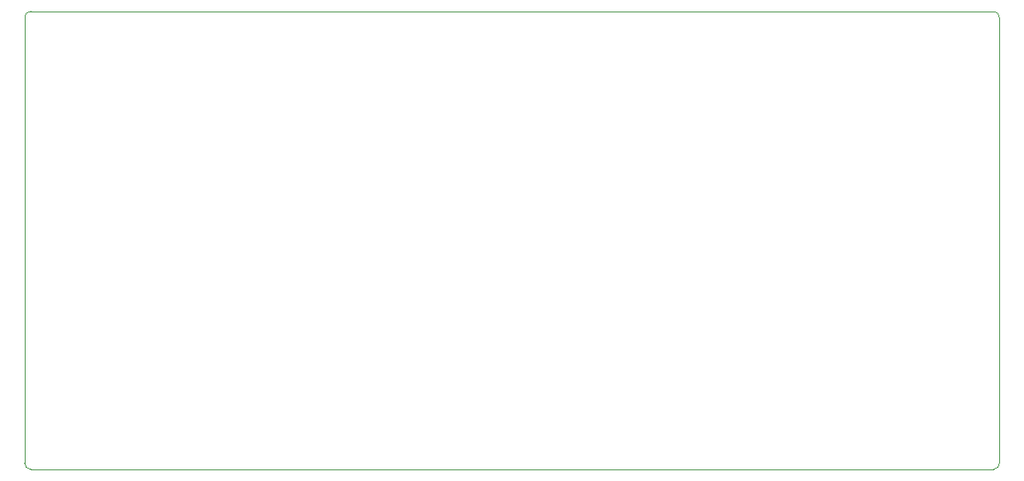
<source format=gm1>
G04 #@! TF.GenerationSoftware,KiCad,Pcbnew,5.1.4-e60b266~84~ubuntu18.04.1*
G04 #@! TF.CreationDate,2019-09-15T19:51:56+01:00*
G04 #@! TF.ProjectId,minitiouner-rt5047,6d696e69-7469-46f7-956e-65722d727435,rev?*
G04 #@! TF.SameCoordinates,Original*
G04 #@! TF.FileFunction,Profile,NP*
%FSLAX46Y46*%
G04 Gerber Fmt 4.6, Leading zero omitted, Abs format (unit mm)*
G04 Created by KiCad (PCBNEW 5.1.4-e60b266~84~ubuntu18.04.1) date 2019-09-15 19:51:56*
%MOMM*%
%LPD*%
G04 APERTURE LIST*
%ADD10C,0.050000*%
G04 APERTURE END LIST*
D10*
X40640000Y-121920000D02*
G75*
G02X40005000Y-121285000I0J635000D01*
G01*
X139954000Y-121285000D02*
G75*
G02X139319000Y-121920000I-635000J0D01*
G01*
X40640000Y-121920000D02*
X139319000Y-121920000D01*
X139319000Y-74930000D02*
G75*
G02X139954000Y-75565000I0J-635000D01*
G01*
X40005000Y-75565000D02*
G75*
G02X40640000Y-74930000I635000J0D01*
G01*
X40005000Y-75565000D02*
X40005000Y-121285000D01*
X139954000Y-75565000D02*
X139954000Y-121285000D01*
X40640000Y-74930000D02*
X139319000Y-74930000D01*
M02*

</source>
